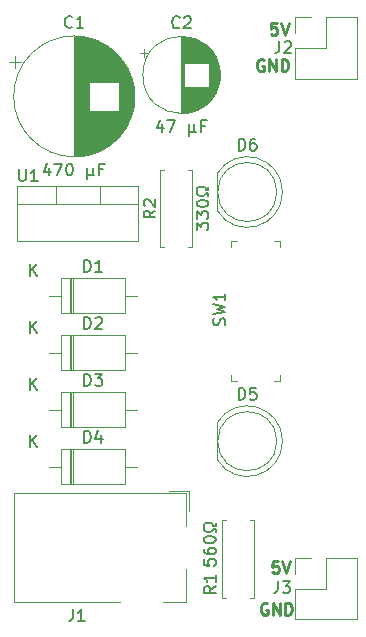
<source format=gto>
G04 #@! TF.GenerationSoftware,KiCad,Pcbnew,(5.1.5)-3*
G04 #@! TF.CreationDate,2020-07-04T17:37:37-04:00*
G04 #@! TF.ProjectId,Power Supply,506f7765-7220-4537-9570-706c792e6b69,rev?*
G04 #@! TF.SameCoordinates,Original*
G04 #@! TF.FileFunction,Legend,Top*
G04 #@! TF.FilePolarity,Positive*
%FSLAX46Y46*%
G04 Gerber Fmt 4.6, Leading zero omitted, Abs format (unit mm)*
G04 Created by KiCad (PCBNEW (5.1.5)-3) date 2020-07-04 17:37:37*
%MOMM*%
%LPD*%
G04 APERTURE LIST*
%ADD10C,0.250000*%
%ADD11C,0.120000*%
%ADD12C,0.100000*%
%ADD13C,0.150000*%
G04 APERTURE END LIST*
D10*
X153919015Y-72296400D02*
X153823777Y-72248780D01*
X153680920Y-72248780D01*
X153538062Y-72296400D01*
X153442824Y-72391638D01*
X153395205Y-72486876D01*
X153347586Y-72677352D01*
X153347586Y-72820209D01*
X153395205Y-73010685D01*
X153442824Y-73105923D01*
X153538062Y-73201161D01*
X153680920Y-73248780D01*
X153776158Y-73248780D01*
X153919015Y-73201161D01*
X153966634Y-73153542D01*
X153966634Y-72820209D01*
X153776158Y-72820209D01*
X154395205Y-73248780D02*
X154395205Y-72248780D01*
X154966634Y-73248780D01*
X154966634Y-72248780D01*
X155442824Y-73248780D02*
X155442824Y-72248780D01*
X155680920Y-72248780D01*
X155823777Y-72296400D01*
X155919015Y-72391638D01*
X155966634Y-72486876D01*
X156014253Y-72677352D01*
X156014253Y-72820209D01*
X155966634Y-73010685D01*
X155919015Y-73105923D01*
X155823777Y-73201161D01*
X155680920Y-73248780D01*
X155442824Y-73248780D01*
X154239055Y-118321200D02*
X154143817Y-118273580D01*
X154000960Y-118273580D01*
X153858102Y-118321200D01*
X153762864Y-118416438D01*
X153715245Y-118511676D01*
X153667626Y-118702152D01*
X153667626Y-118845009D01*
X153715245Y-119035485D01*
X153762864Y-119130723D01*
X153858102Y-119225961D01*
X154000960Y-119273580D01*
X154096198Y-119273580D01*
X154239055Y-119225961D01*
X154286674Y-119178342D01*
X154286674Y-118845009D01*
X154096198Y-118845009D01*
X154715245Y-119273580D02*
X154715245Y-118273580D01*
X155286674Y-119273580D01*
X155286674Y-118273580D01*
X155762864Y-119273580D02*
X155762864Y-118273580D01*
X156000960Y-118273580D01*
X156143817Y-118321200D01*
X156239055Y-118416438D01*
X156286674Y-118511676D01*
X156334293Y-118702152D01*
X156334293Y-118845009D01*
X156286674Y-119035485D01*
X156239055Y-119130723D01*
X156143817Y-119225961D01*
X156000960Y-119273580D01*
X155762864Y-119273580D01*
X155046703Y-69172840D02*
X154570513Y-69172840D01*
X154522894Y-69649031D01*
X154570513Y-69601412D01*
X154665751Y-69553793D01*
X154903846Y-69553793D01*
X154999084Y-69601412D01*
X155046703Y-69649031D01*
X155094322Y-69744269D01*
X155094322Y-69982364D01*
X155046703Y-70077602D01*
X154999084Y-70125221D01*
X154903846Y-70172840D01*
X154665751Y-70172840D01*
X154570513Y-70125221D01*
X154522894Y-70077602D01*
X155380037Y-69172840D02*
X155713370Y-70172840D01*
X156046703Y-69172840D01*
X155166083Y-114737900D02*
X154689893Y-114737900D01*
X154642274Y-115214091D01*
X154689893Y-115166472D01*
X154785131Y-115118853D01*
X155023226Y-115118853D01*
X155118464Y-115166472D01*
X155166083Y-115214091D01*
X155213702Y-115309329D01*
X155213702Y-115547424D01*
X155166083Y-115642662D01*
X155118464Y-115690281D01*
X155023226Y-115737900D01*
X154785131Y-115737900D01*
X154689893Y-115690281D01*
X154642274Y-115642662D01*
X155499417Y-114737900D02*
X155832750Y-115737900D01*
X156166083Y-114737900D01*
D11*
X143007080Y-75384660D02*
G75*
G03X143007080Y-75384660I-5120000J0D01*
G01*
X137887080Y-70304660D02*
X137887080Y-80464660D01*
X137927080Y-70304660D02*
X137927080Y-80464660D01*
X137967080Y-70304660D02*
X137967080Y-80464660D01*
X138007080Y-70305660D02*
X138007080Y-80463660D01*
X138047080Y-70306660D02*
X138047080Y-80462660D01*
X138087080Y-70307660D02*
X138087080Y-80461660D01*
X138127080Y-70309660D02*
X138127080Y-80459660D01*
X138167080Y-70311660D02*
X138167080Y-80457660D01*
X138207080Y-70314660D02*
X138207080Y-80454660D01*
X138247080Y-70316660D02*
X138247080Y-80452660D01*
X138287080Y-70319660D02*
X138287080Y-80449660D01*
X138327080Y-70322660D02*
X138327080Y-80446660D01*
X138367080Y-70326660D02*
X138367080Y-80442660D01*
X138407080Y-70330660D02*
X138407080Y-80438660D01*
X138447080Y-70334660D02*
X138447080Y-80434660D01*
X138487080Y-70339660D02*
X138487080Y-80429660D01*
X138527080Y-70344660D02*
X138527080Y-80424660D01*
X138567080Y-70349660D02*
X138567080Y-80419660D01*
X138608080Y-70354660D02*
X138608080Y-80414660D01*
X138648080Y-70360660D02*
X138648080Y-80408660D01*
X138688080Y-70366660D02*
X138688080Y-80402660D01*
X138728080Y-70373660D02*
X138728080Y-80395660D01*
X138768080Y-70380660D02*
X138768080Y-80388660D01*
X138808080Y-70387660D02*
X138808080Y-80381660D01*
X138848080Y-70394660D02*
X138848080Y-80374660D01*
X138888080Y-70402660D02*
X138888080Y-80366660D01*
X138928080Y-70410660D02*
X138928080Y-80358660D01*
X138968080Y-70419660D02*
X138968080Y-80349660D01*
X139008080Y-70428660D02*
X139008080Y-80340660D01*
X139048080Y-70437660D02*
X139048080Y-80331660D01*
X139088080Y-70446660D02*
X139088080Y-80322660D01*
X139128080Y-70456660D02*
X139128080Y-80312660D01*
X139168080Y-70466660D02*
X139168080Y-74143660D01*
X139168080Y-76625660D02*
X139168080Y-80302660D01*
X139208080Y-70477660D02*
X139208080Y-74143660D01*
X139208080Y-76625660D02*
X139208080Y-80291660D01*
X139248080Y-70487660D02*
X139248080Y-74143660D01*
X139248080Y-76625660D02*
X139248080Y-80281660D01*
X139288080Y-70499660D02*
X139288080Y-74143660D01*
X139288080Y-76625660D02*
X139288080Y-80269660D01*
X139328080Y-70510660D02*
X139328080Y-74143660D01*
X139328080Y-76625660D02*
X139328080Y-80258660D01*
X139368080Y-70522660D02*
X139368080Y-74143660D01*
X139368080Y-76625660D02*
X139368080Y-80246660D01*
X139408080Y-70534660D02*
X139408080Y-74143660D01*
X139408080Y-76625660D02*
X139408080Y-80234660D01*
X139448080Y-70547660D02*
X139448080Y-74143660D01*
X139448080Y-76625660D02*
X139448080Y-80221660D01*
X139488080Y-70560660D02*
X139488080Y-74143660D01*
X139488080Y-76625660D02*
X139488080Y-80208660D01*
X139528080Y-70573660D02*
X139528080Y-74143660D01*
X139528080Y-76625660D02*
X139528080Y-80195660D01*
X139568080Y-70587660D02*
X139568080Y-74143660D01*
X139568080Y-76625660D02*
X139568080Y-80181660D01*
X139608080Y-70601660D02*
X139608080Y-74143660D01*
X139608080Y-76625660D02*
X139608080Y-80167660D01*
X139648080Y-70616660D02*
X139648080Y-74143660D01*
X139648080Y-76625660D02*
X139648080Y-80152660D01*
X139688080Y-70630660D02*
X139688080Y-74143660D01*
X139688080Y-76625660D02*
X139688080Y-80138660D01*
X139728080Y-70646660D02*
X139728080Y-74143660D01*
X139728080Y-76625660D02*
X139728080Y-80122660D01*
X139768080Y-70661660D02*
X139768080Y-74143660D01*
X139768080Y-76625660D02*
X139768080Y-80107660D01*
X139808080Y-70677660D02*
X139808080Y-74143660D01*
X139808080Y-76625660D02*
X139808080Y-80091660D01*
X139848080Y-70694660D02*
X139848080Y-74143660D01*
X139848080Y-76625660D02*
X139848080Y-80074660D01*
X139888080Y-70710660D02*
X139888080Y-74143660D01*
X139888080Y-76625660D02*
X139888080Y-80058660D01*
X139928080Y-70727660D02*
X139928080Y-74143660D01*
X139928080Y-76625660D02*
X139928080Y-80041660D01*
X139968080Y-70745660D02*
X139968080Y-74143660D01*
X139968080Y-76625660D02*
X139968080Y-80023660D01*
X140008080Y-70763660D02*
X140008080Y-74143660D01*
X140008080Y-76625660D02*
X140008080Y-80005660D01*
X140048080Y-70781660D02*
X140048080Y-74143660D01*
X140048080Y-76625660D02*
X140048080Y-79987660D01*
X140088080Y-70800660D02*
X140088080Y-74143660D01*
X140088080Y-76625660D02*
X140088080Y-79968660D01*
X140128080Y-70820660D02*
X140128080Y-74143660D01*
X140128080Y-76625660D02*
X140128080Y-79948660D01*
X140168080Y-70839660D02*
X140168080Y-74143660D01*
X140168080Y-76625660D02*
X140168080Y-79929660D01*
X140208080Y-70859660D02*
X140208080Y-74143660D01*
X140208080Y-76625660D02*
X140208080Y-79909660D01*
X140248080Y-70880660D02*
X140248080Y-74143660D01*
X140248080Y-76625660D02*
X140248080Y-79888660D01*
X140288080Y-70901660D02*
X140288080Y-74143660D01*
X140288080Y-76625660D02*
X140288080Y-79867660D01*
X140328080Y-70922660D02*
X140328080Y-74143660D01*
X140328080Y-76625660D02*
X140328080Y-79846660D01*
X140368080Y-70944660D02*
X140368080Y-74143660D01*
X140368080Y-76625660D02*
X140368080Y-79824660D01*
X140408080Y-70967660D02*
X140408080Y-74143660D01*
X140408080Y-76625660D02*
X140408080Y-79801660D01*
X140448080Y-70989660D02*
X140448080Y-74143660D01*
X140448080Y-76625660D02*
X140448080Y-79779660D01*
X140488080Y-71013660D02*
X140488080Y-74143660D01*
X140488080Y-76625660D02*
X140488080Y-79755660D01*
X140528080Y-71037660D02*
X140528080Y-74143660D01*
X140528080Y-76625660D02*
X140528080Y-79731660D01*
X140568080Y-71061660D02*
X140568080Y-74143660D01*
X140568080Y-76625660D02*
X140568080Y-79707660D01*
X140608080Y-71086660D02*
X140608080Y-74143660D01*
X140608080Y-76625660D02*
X140608080Y-79682660D01*
X140648080Y-71111660D02*
X140648080Y-74143660D01*
X140648080Y-76625660D02*
X140648080Y-79657660D01*
X140688080Y-71137660D02*
X140688080Y-74143660D01*
X140688080Y-76625660D02*
X140688080Y-79631660D01*
X140728080Y-71163660D02*
X140728080Y-74143660D01*
X140728080Y-76625660D02*
X140728080Y-79605660D01*
X140768080Y-71190660D02*
X140768080Y-74143660D01*
X140768080Y-76625660D02*
X140768080Y-79578660D01*
X140808080Y-71218660D02*
X140808080Y-74143660D01*
X140808080Y-76625660D02*
X140808080Y-79550660D01*
X140848080Y-71246660D02*
X140848080Y-74143660D01*
X140848080Y-76625660D02*
X140848080Y-79522660D01*
X140888080Y-71274660D02*
X140888080Y-74143660D01*
X140888080Y-76625660D02*
X140888080Y-79494660D01*
X140928080Y-71304660D02*
X140928080Y-74143660D01*
X140928080Y-76625660D02*
X140928080Y-79464660D01*
X140968080Y-71334660D02*
X140968080Y-74143660D01*
X140968080Y-76625660D02*
X140968080Y-79434660D01*
X141008080Y-71364660D02*
X141008080Y-74143660D01*
X141008080Y-76625660D02*
X141008080Y-79404660D01*
X141048080Y-71395660D02*
X141048080Y-74143660D01*
X141048080Y-76625660D02*
X141048080Y-79373660D01*
X141088080Y-71427660D02*
X141088080Y-74143660D01*
X141088080Y-76625660D02*
X141088080Y-79341660D01*
X141128080Y-71459660D02*
X141128080Y-74143660D01*
X141128080Y-76625660D02*
X141128080Y-79309660D01*
X141168080Y-71492660D02*
X141168080Y-74143660D01*
X141168080Y-76625660D02*
X141168080Y-79276660D01*
X141208080Y-71526660D02*
X141208080Y-74143660D01*
X141208080Y-76625660D02*
X141208080Y-79242660D01*
X141248080Y-71560660D02*
X141248080Y-74143660D01*
X141248080Y-76625660D02*
X141248080Y-79208660D01*
X141288080Y-71595660D02*
X141288080Y-74143660D01*
X141288080Y-76625660D02*
X141288080Y-79173660D01*
X141328080Y-71631660D02*
X141328080Y-74143660D01*
X141328080Y-76625660D02*
X141328080Y-79137660D01*
X141368080Y-71668660D02*
X141368080Y-74143660D01*
X141368080Y-76625660D02*
X141368080Y-79100660D01*
X141408080Y-71705660D02*
X141408080Y-74143660D01*
X141408080Y-76625660D02*
X141408080Y-79063660D01*
X141448080Y-71744660D02*
X141448080Y-74143660D01*
X141448080Y-76625660D02*
X141448080Y-79024660D01*
X141488080Y-71783660D02*
X141488080Y-74143660D01*
X141488080Y-76625660D02*
X141488080Y-78985660D01*
X141528080Y-71823660D02*
X141528080Y-74143660D01*
X141528080Y-76625660D02*
X141528080Y-78945660D01*
X141568080Y-71864660D02*
X141568080Y-74143660D01*
X141568080Y-76625660D02*
X141568080Y-78904660D01*
X141608080Y-71906660D02*
X141608080Y-74143660D01*
X141608080Y-76625660D02*
X141608080Y-78862660D01*
X141648080Y-71948660D02*
X141648080Y-78820660D01*
X141688080Y-71992660D02*
X141688080Y-78776660D01*
X141728080Y-72037660D02*
X141728080Y-78731660D01*
X141768080Y-72083660D02*
X141768080Y-78685660D01*
X141808080Y-72130660D02*
X141808080Y-78638660D01*
X141848080Y-72178660D02*
X141848080Y-78590660D01*
X141888080Y-72228660D02*
X141888080Y-78540660D01*
X141928080Y-72278660D02*
X141928080Y-78490660D01*
X141968080Y-72330660D02*
X141968080Y-78438660D01*
X142008080Y-72384660D02*
X142008080Y-78384660D01*
X142048080Y-72439660D02*
X142048080Y-78329660D01*
X142088080Y-72495660D02*
X142088080Y-78273660D01*
X142128080Y-72554660D02*
X142128080Y-78214660D01*
X142168080Y-72614660D02*
X142168080Y-78154660D01*
X142208080Y-72675660D02*
X142208080Y-78093660D01*
X142248080Y-72739660D02*
X142248080Y-78029660D01*
X142288080Y-72805660D02*
X142288080Y-77963660D01*
X142328080Y-72874660D02*
X142328080Y-77894660D01*
X142368080Y-72945660D02*
X142368080Y-77823660D01*
X142408080Y-73019660D02*
X142408080Y-77749660D01*
X142448080Y-73095660D02*
X142448080Y-77673660D01*
X142488080Y-73175660D02*
X142488080Y-77593660D01*
X142528080Y-73259660D02*
X142528080Y-77509660D01*
X142568080Y-73347660D02*
X142568080Y-77421660D01*
X142608080Y-73440660D02*
X142608080Y-77328660D01*
X142648080Y-73538660D02*
X142648080Y-77230660D01*
X142688080Y-73642660D02*
X142688080Y-77126660D01*
X142728080Y-73754660D02*
X142728080Y-77014660D01*
X142768080Y-73874660D02*
X142768080Y-76894660D01*
X142808080Y-74006660D02*
X142808080Y-76762660D01*
X142848080Y-74154660D02*
X142848080Y-76614660D01*
X142888080Y-74322660D02*
X142888080Y-76446660D01*
X142928080Y-74522660D02*
X142928080Y-76246660D01*
X142968080Y-74785660D02*
X142968080Y-75983660D01*
X132407434Y-72509660D02*
X133407434Y-72509660D01*
X132907434Y-72009660D02*
X132907434Y-73009660D01*
X150244880Y-73568560D02*
G75*
G03X150244880Y-73568560I-3270000J0D01*
G01*
X146974880Y-70338560D02*
X146974880Y-76798560D01*
X147014880Y-70338560D02*
X147014880Y-76798560D01*
X147054880Y-70338560D02*
X147054880Y-76798560D01*
X147094880Y-70340560D02*
X147094880Y-76796560D01*
X147134880Y-70341560D02*
X147134880Y-76795560D01*
X147174880Y-70344560D02*
X147174880Y-76792560D01*
X147214880Y-70346560D02*
X147214880Y-72528560D01*
X147214880Y-74608560D02*
X147214880Y-76790560D01*
X147254880Y-70350560D02*
X147254880Y-72528560D01*
X147254880Y-74608560D02*
X147254880Y-76786560D01*
X147294880Y-70353560D02*
X147294880Y-72528560D01*
X147294880Y-74608560D02*
X147294880Y-76783560D01*
X147334880Y-70357560D02*
X147334880Y-72528560D01*
X147334880Y-74608560D02*
X147334880Y-76779560D01*
X147374880Y-70362560D02*
X147374880Y-72528560D01*
X147374880Y-74608560D02*
X147374880Y-76774560D01*
X147414880Y-70367560D02*
X147414880Y-72528560D01*
X147414880Y-74608560D02*
X147414880Y-76769560D01*
X147454880Y-70373560D02*
X147454880Y-72528560D01*
X147454880Y-74608560D02*
X147454880Y-76763560D01*
X147494880Y-70379560D02*
X147494880Y-72528560D01*
X147494880Y-74608560D02*
X147494880Y-76757560D01*
X147534880Y-70386560D02*
X147534880Y-72528560D01*
X147534880Y-74608560D02*
X147534880Y-76750560D01*
X147574880Y-70393560D02*
X147574880Y-72528560D01*
X147574880Y-74608560D02*
X147574880Y-76743560D01*
X147614880Y-70401560D02*
X147614880Y-72528560D01*
X147614880Y-74608560D02*
X147614880Y-76735560D01*
X147654880Y-70409560D02*
X147654880Y-72528560D01*
X147654880Y-74608560D02*
X147654880Y-76727560D01*
X147695880Y-70418560D02*
X147695880Y-72528560D01*
X147695880Y-74608560D02*
X147695880Y-76718560D01*
X147735880Y-70427560D02*
X147735880Y-72528560D01*
X147735880Y-74608560D02*
X147735880Y-76709560D01*
X147775880Y-70437560D02*
X147775880Y-72528560D01*
X147775880Y-74608560D02*
X147775880Y-76699560D01*
X147815880Y-70447560D02*
X147815880Y-72528560D01*
X147815880Y-74608560D02*
X147815880Y-76689560D01*
X147855880Y-70458560D02*
X147855880Y-72528560D01*
X147855880Y-74608560D02*
X147855880Y-76678560D01*
X147895880Y-70470560D02*
X147895880Y-72528560D01*
X147895880Y-74608560D02*
X147895880Y-76666560D01*
X147935880Y-70482560D02*
X147935880Y-72528560D01*
X147935880Y-74608560D02*
X147935880Y-76654560D01*
X147975880Y-70494560D02*
X147975880Y-72528560D01*
X147975880Y-74608560D02*
X147975880Y-76642560D01*
X148015880Y-70507560D02*
X148015880Y-72528560D01*
X148015880Y-74608560D02*
X148015880Y-76629560D01*
X148055880Y-70521560D02*
X148055880Y-72528560D01*
X148055880Y-74608560D02*
X148055880Y-76615560D01*
X148095880Y-70535560D02*
X148095880Y-72528560D01*
X148095880Y-74608560D02*
X148095880Y-76601560D01*
X148135880Y-70550560D02*
X148135880Y-72528560D01*
X148135880Y-74608560D02*
X148135880Y-76586560D01*
X148175880Y-70566560D02*
X148175880Y-72528560D01*
X148175880Y-74608560D02*
X148175880Y-76570560D01*
X148215880Y-70582560D02*
X148215880Y-72528560D01*
X148215880Y-74608560D02*
X148215880Y-76554560D01*
X148255880Y-70598560D02*
X148255880Y-72528560D01*
X148255880Y-74608560D02*
X148255880Y-76538560D01*
X148295880Y-70616560D02*
X148295880Y-72528560D01*
X148295880Y-74608560D02*
X148295880Y-76520560D01*
X148335880Y-70634560D02*
X148335880Y-72528560D01*
X148335880Y-74608560D02*
X148335880Y-76502560D01*
X148375880Y-70652560D02*
X148375880Y-72528560D01*
X148375880Y-74608560D02*
X148375880Y-76484560D01*
X148415880Y-70672560D02*
X148415880Y-72528560D01*
X148415880Y-74608560D02*
X148415880Y-76464560D01*
X148455880Y-70692560D02*
X148455880Y-72528560D01*
X148455880Y-74608560D02*
X148455880Y-76444560D01*
X148495880Y-70712560D02*
X148495880Y-72528560D01*
X148495880Y-74608560D02*
X148495880Y-76424560D01*
X148535880Y-70734560D02*
X148535880Y-72528560D01*
X148535880Y-74608560D02*
X148535880Y-76402560D01*
X148575880Y-70756560D02*
X148575880Y-72528560D01*
X148575880Y-74608560D02*
X148575880Y-76380560D01*
X148615880Y-70778560D02*
X148615880Y-72528560D01*
X148615880Y-74608560D02*
X148615880Y-76358560D01*
X148655880Y-70802560D02*
X148655880Y-72528560D01*
X148655880Y-74608560D02*
X148655880Y-76334560D01*
X148695880Y-70826560D02*
X148695880Y-72528560D01*
X148695880Y-74608560D02*
X148695880Y-76310560D01*
X148735880Y-70852560D02*
X148735880Y-72528560D01*
X148735880Y-74608560D02*
X148735880Y-76284560D01*
X148775880Y-70878560D02*
X148775880Y-72528560D01*
X148775880Y-74608560D02*
X148775880Y-76258560D01*
X148815880Y-70904560D02*
X148815880Y-72528560D01*
X148815880Y-74608560D02*
X148815880Y-76232560D01*
X148855880Y-70932560D02*
X148855880Y-72528560D01*
X148855880Y-74608560D02*
X148855880Y-76204560D01*
X148895880Y-70961560D02*
X148895880Y-72528560D01*
X148895880Y-74608560D02*
X148895880Y-76175560D01*
X148935880Y-70990560D02*
X148935880Y-72528560D01*
X148935880Y-74608560D02*
X148935880Y-76146560D01*
X148975880Y-71020560D02*
X148975880Y-72528560D01*
X148975880Y-74608560D02*
X148975880Y-76116560D01*
X149015880Y-71052560D02*
X149015880Y-72528560D01*
X149015880Y-74608560D02*
X149015880Y-76084560D01*
X149055880Y-71084560D02*
X149055880Y-72528560D01*
X149055880Y-74608560D02*
X149055880Y-76052560D01*
X149095880Y-71118560D02*
X149095880Y-72528560D01*
X149095880Y-74608560D02*
X149095880Y-76018560D01*
X149135880Y-71152560D02*
X149135880Y-72528560D01*
X149135880Y-74608560D02*
X149135880Y-75984560D01*
X149175880Y-71188560D02*
X149175880Y-72528560D01*
X149175880Y-74608560D02*
X149175880Y-75948560D01*
X149215880Y-71225560D02*
X149215880Y-72528560D01*
X149215880Y-74608560D02*
X149215880Y-75911560D01*
X149255880Y-71263560D02*
X149255880Y-72528560D01*
X149255880Y-74608560D02*
X149255880Y-75873560D01*
X149295880Y-71303560D02*
X149295880Y-75833560D01*
X149335880Y-71344560D02*
X149335880Y-75792560D01*
X149375880Y-71386560D02*
X149375880Y-75750560D01*
X149415880Y-71431560D02*
X149415880Y-75705560D01*
X149455880Y-71476560D02*
X149455880Y-75660560D01*
X149495880Y-71524560D02*
X149495880Y-75612560D01*
X149535880Y-71573560D02*
X149535880Y-75563560D01*
X149575880Y-71624560D02*
X149575880Y-75512560D01*
X149615880Y-71678560D02*
X149615880Y-75458560D01*
X149655880Y-71734560D02*
X149655880Y-75402560D01*
X149695880Y-71792560D02*
X149695880Y-75344560D01*
X149735880Y-71854560D02*
X149735880Y-75282560D01*
X149775880Y-71918560D02*
X149775880Y-75218560D01*
X149815880Y-71987560D02*
X149815880Y-75149560D01*
X149855880Y-72059560D02*
X149855880Y-75077560D01*
X149895880Y-72136560D02*
X149895880Y-75000560D01*
X149935880Y-72218560D02*
X149935880Y-74918560D01*
X149975880Y-72306560D02*
X149975880Y-74830560D01*
X150015880Y-72403560D02*
X150015880Y-74733560D01*
X150055880Y-72509560D02*
X150055880Y-74627560D01*
X150095880Y-72628560D02*
X150095880Y-74508560D01*
X150135880Y-72766560D02*
X150135880Y-74370560D01*
X150175880Y-72935560D02*
X150175880Y-74201560D01*
X150215880Y-73166560D02*
X150215880Y-73970560D01*
X143474639Y-71729560D02*
X144104639Y-71729560D01*
X143789639Y-71414560D02*
X143789639Y-72044560D01*
X137536480Y-90792960D02*
X137536480Y-93732960D01*
X137776480Y-90792960D02*
X137776480Y-93732960D01*
X137656480Y-90792960D02*
X137656480Y-93732960D01*
X143216480Y-92262960D02*
X142196480Y-92262960D01*
X135736480Y-92262960D02*
X136756480Y-92262960D01*
X142196480Y-90792960D02*
X136756480Y-90792960D01*
X142196480Y-93732960D02*
X142196480Y-90792960D01*
X136756480Y-93732960D02*
X142196480Y-93732960D01*
X136756480Y-90792960D02*
X136756480Y-93732960D01*
X136756480Y-95614726D02*
X136756480Y-98554726D01*
X136756480Y-98554726D02*
X142196480Y-98554726D01*
X142196480Y-98554726D02*
X142196480Y-95614726D01*
X142196480Y-95614726D02*
X136756480Y-95614726D01*
X135736480Y-97084726D02*
X136756480Y-97084726D01*
X143216480Y-97084726D02*
X142196480Y-97084726D01*
X137656480Y-95614726D02*
X137656480Y-98554726D01*
X137776480Y-95614726D02*
X137776480Y-98554726D01*
X137536480Y-95614726D02*
X137536480Y-98554726D01*
X137536480Y-100436492D02*
X137536480Y-103376492D01*
X137776480Y-100436492D02*
X137776480Y-103376492D01*
X137656480Y-100436492D02*
X137656480Y-103376492D01*
X143216480Y-101906492D02*
X142196480Y-101906492D01*
X135736480Y-101906492D02*
X136756480Y-101906492D01*
X142196480Y-100436492D02*
X136756480Y-100436492D01*
X142196480Y-103376492D02*
X142196480Y-100436492D01*
X136756480Y-103376492D02*
X142196480Y-103376492D01*
X136756480Y-100436492D02*
X136756480Y-103376492D01*
X136756480Y-105258260D02*
X136756480Y-108198260D01*
X136756480Y-108198260D02*
X142196480Y-108198260D01*
X142196480Y-108198260D02*
X142196480Y-105258260D01*
X142196480Y-105258260D02*
X136756480Y-105258260D01*
X135736480Y-106728260D02*
X136756480Y-106728260D01*
X143216480Y-106728260D02*
X142196480Y-106728260D01*
X137656480Y-105258260D02*
X137656480Y-108198260D01*
X137776480Y-105258260D02*
X137776480Y-108198260D01*
X137536480Y-105258260D02*
X137536480Y-108198260D01*
X149981580Y-103033760D02*
X149981580Y-106123760D01*
X155041580Y-104578760D02*
G75*
G03X155041580Y-104578760I-2500000J0D01*
G01*
X155531580Y-104578298D02*
G75*
G02X149981580Y-106123590I-2990000J-462D01*
G01*
X155531580Y-104579222D02*
G75*
G03X149981580Y-103033930I-2990000J462D01*
G01*
X155531580Y-83487622D02*
G75*
G03X149981580Y-81942330I-2990000J462D01*
G01*
X155531580Y-83486698D02*
G75*
G02X149981580Y-85031990I-2990000J-462D01*
G01*
X155041580Y-83487160D02*
G75*
G03X155041580Y-83487160I-2500000J0D01*
G01*
X149981580Y-81942160D02*
X149981580Y-85032160D01*
X141775780Y-118198960D02*
X132775780Y-118198960D01*
X132775780Y-118198960D02*
X132775780Y-108998960D01*
X132775780Y-108998960D02*
X147375780Y-108998960D01*
X147375780Y-108998960D02*
X147375780Y-111798960D01*
X147375780Y-115398960D02*
X147375780Y-118198960D01*
X147375780Y-118198960D02*
X145375780Y-118198960D01*
X145875780Y-108758960D02*
X147615780Y-108758960D01*
X147615780Y-108758960D02*
X147615780Y-110498960D01*
X156599580Y-73895260D02*
X161799580Y-73895260D01*
X156599580Y-71295260D02*
X156599580Y-73895260D01*
X161799580Y-68695260D02*
X161799580Y-73895260D01*
X156599580Y-71295260D02*
X159199580Y-71295260D01*
X159199580Y-71295260D02*
X159199580Y-68695260D01*
X159199580Y-68695260D02*
X161799580Y-68695260D01*
X156599580Y-70025260D02*
X156599580Y-68695260D01*
X156599580Y-68695260D02*
X157929580Y-68695260D01*
X156599580Y-114478760D02*
X157929580Y-114478760D01*
X156599580Y-115808760D02*
X156599580Y-114478760D01*
X159199580Y-114478760D02*
X161799580Y-114478760D01*
X159199580Y-117078760D02*
X159199580Y-114478760D01*
X156599580Y-117078760D02*
X159199580Y-117078760D01*
X161799580Y-114478760D02*
X161799580Y-119678760D01*
X156599580Y-117078760D02*
X156599580Y-119678760D01*
X156599580Y-119678760D02*
X161799580Y-119678760D01*
X150379760Y-117824000D02*
X150709760Y-117824000D01*
X150379760Y-111284000D02*
X150379760Y-117824000D01*
X150709760Y-111284000D02*
X150379760Y-111284000D01*
X153119760Y-117824000D02*
X152789760Y-117824000D01*
X153119760Y-111284000D02*
X153119760Y-117824000D01*
X152789760Y-111284000D02*
X153119760Y-111284000D01*
X147882280Y-81626960D02*
X147552280Y-81626960D01*
X147882280Y-88166960D02*
X147882280Y-81626960D01*
X147552280Y-88166960D02*
X147882280Y-88166960D01*
X145142280Y-81626960D02*
X145472280Y-81626960D01*
X145142280Y-88166960D02*
X145142280Y-81626960D01*
X145472280Y-88166960D02*
X145142280Y-88166960D01*
D12*
X155339980Y-87612960D02*
X155339980Y-88112960D01*
X155339980Y-87612960D02*
X154839980Y-87612960D01*
X155339980Y-99512960D02*
X155339980Y-99012960D01*
X155339980Y-99512960D02*
X154839980Y-99512960D01*
X151139980Y-99512960D02*
X151139980Y-99012960D01*
X151139980Y-99512960D02*
X151639980Y-99512960D01*
X151139980Y-87612960D02*
X151639980Y-87612960D01*
X151139980Y-87612960D02*
X151139980Y-88112960D01*
D11*
X133086480Y-82973160D02*
X143326480Y-82973160D01*
X133086480Y-87614160D02*
X143326480Y-87614160D01*
X133086480Y-82973160D02*
X133086480Y-87614160D01*
X143326480Y-82973160D02*
X143326480Y-87614160D01*
X133086480Y-84483160D02*
X143326480Y-84483160D01*
X136356480Y-82973160D02*
X136356480Y-84483160D01*
X140057480Y-82973160D02*
X140057480Y-84483160D01*
D13*
X137720413Y-69491802D02*
X137672794Y-69539421D01*
X137529937Y-69587040D01*
X137434699Y-69587040D01*
X137291841Y-69539421D01*
X137196603Y-69444183D01*
X137148984Y-69348945D01*
X137101365Y-69158469D01*
X137101365Y-69015612D01*
X137148984Y-68825136D01*
X137196603Y-68729898D01*
X137291841Y-68634660D01*
X137434699Y-68587040D01*
X137529937Y-68587040D01*
X137672794Y-68634660D01*
X137720413Y-68682279D01*
X138672794Y-69587040D02*
X138101365Y-69587040D01*
X138387080Y-69587040D02*
X138387080Y-68587040D01*
X138291841Y-68729898D01*
X138196603Y-68825136D01*
X138101365Y-68872755D01*
X135791841Y-81420374D02*
X135791841Y-82087040D01*
X135553746Y-81039421D02*
X135315651Y-81753707D01*
X135934699Y-81753707D01*
X136220413Y-81087040D02*
X136887080Y-81087040D01*
X136458508Y-82087040D01*
X137458508Y-81087040D02*
X137553746Y-81087040D01*
X137648984Y-81134660D01*
X137696603Y-81182279D01*
X137744222Y-81277517D01*
X137791841Y-81467993D01*
X137791841Y-81706088D01*
X137744222Y-81896564D01*
X137696603Y-81991802D01*
X137648984Y-82039421D01*
X137553746Y-82087040D01*
X137458508Y-82087040D01*
X137363270Y-82039421D01*
X137315651Y-81991802D01*
X137268032Y-81896564D01*
X137220413Y-81706088D01*
X137220413Y-81467993D01*
X137268032Y-81277517D01*
X137315651Y-81182279D01*
X137363270Y-81134660D01*
X137458508Y-81087040D01*
X138982318Y-81420374D02*
X138982318Y-82420374D01*
X139458508Y-81944183D02*
X139506127Y-82039421D01*
X139601365Y-82087040D01*
X138982318Y-81944183D02*
X139029937Y-82039421D01*
X139125175Y-82087040D01*
X139315651Y-82087040D01*
X139410889Y-82039421D01*
X139458508Y-81944183D01*
X139458508Y-81420374D01*
X140363270Y-81563231D02*
X140029937Y-81563231D01*
X140029937Y-82087040D02*
X140029937Y-81087040D01*
X140506127Y-81087040D01*
X146808213Y-69525702D02*
X146760594Y-69573321D01*
X146617737Y-69620940D01*
X146522499Y-69620940D01*
X146379641Y-69573321D01*
X146284403Y-69478083D01*
X146236784Y-69382845D01*
X146189165Y-69192369D01*
X146189165Y-69049512D01*
X146236784Y-68859036D01*
X146284403Y-68763798D01*
X146379641Y-68668560D01*
X146522499Y-68620940D01*
X146617737Y-68620940D01*
X146760594Y-68668560D01*
X146808213Y-68716179D01*
X147189165Y-68716179D02*
X147236784Y-68668560D01*
X147332022Y-68620940D01*
X147570118Y-68620940D01*
X147665356Y-68668560D01*
X147712975Y-68716179D01*
X147760594Y-68811417D01*
X147760594Y-68906655D01*
X147712975Y-69049512D01*
X147141546Y-69620940D01*
X147760594Y-69620940D01*
X145355832Y-77754274D02*
X145355832Y-78420940D01*
X145117737Y-77373321D02*
X144879641Y-78087607D01*
X145498689Y-78087607D01*
X145784403Y-77420940D02*
X146451070Y-77420940D01*
X146022499Y-78420940D01*
X147593927Y-77754274D02*
X147593927Y-78754274D01*
X148070118Y-78278083D02*
X148117737Y-78373321D01*
X148212975Y-78420940D01*
X147593927Y-78278083D02*
X147641546Y-78373321D01*
X147736784Y-78420940D01*
X147927260Y-78420940D01*
X148022499Y-78373321D01*
X148070118Y-78278083D01*
X148070118Y-77754274D01*
X148974880Y-77897131D02*
X148641546Y-77897131D01*
X148641546Y-78420940D02*
X148641546Y-77420940D01*
X149117737Y-77420940D01*
X138738384Y-90245340D02*
X138738384Y-89245340D01*
X138976480Y-89245340D01*
X139119337Y-89292960D01*
X139214575Y-89388198D01*
X139262194Y-89483436D01*
X139309813Y-89673912D01*
X139309813Y-89816769D01*
X139262194Y-90007245D01*
X139214575Y-90102483D01*
X139119337Y-90197721D01*
X138976480Y-90245340D01*
X138738384Y-90245340D01*
X140262194Y-90245340D02*
X139690765Y-90245340D01*
X139976480Y-90245340D02*
X139976480Y-89245340D01*
X139881241Y-89388198D01*
X139786003Y-89483436D01*
X139690765Y-89531055D01*
X134134575Y-90615340D02*
X134134575Y-89615340D01*
X134706003Y-90615340D02*
X134277432Y-90043912D01*
X134706003Y-89615340D02*
X134134575Y-90186769D01*
X138738384Y-95067106D02*
X138738384Y-94067106D01*
X138976480Y-94067106D01*
X139119337Y-94114726D01*
X139214575Y-94209964D01*
X139262194Y-94305202D01*
X139309813Y-94495678D01*
X139309813Y-94638535D01*
X139262194Y-94829011D01*
X139214575Y-94924249D01*
X139119337Y-95019487D01*
X138976480Y-95067106D01*
X138738384Y-95067106D01*
X139690765Y-94162345D02*
X139738384Y-94114726D01*
X139833622Y-94067106D01*
X140071718Y-94067106D01*
X140166956Y-94114726D01*
X140214575Y-94162345D01*
X140262194Y-94257583D01*
X140262194Y-94352821D01*
X140214575Y-94495678D01*
X139643146Y-95067106D01*
X140262194Y-95067106D01*
X134134575Y-95437106D02*
X134134575Y-94437106D01*
X134706003Y-95437106D02*
X134277432Y-94865678D01*
X134706003Y-94437106D02*
X134134575Y-95008535D01*
X138738384Y-99888872D02*
X138738384Y-98888872D01*
X138976480Y-98888872D01*
X139119337Y-98936492D01*
X139214575Y-99031730D01*
X139262194Y-99126968D01*
X139309813Y-99317444D01*
X139309813Y-99460301D01*
X139262194Y-99650777D01*
X139214575Y-99746015D01*
X139119337Y-99841253D01*
X138976480Y-99888872D01*
X138738384Y-99888872D01*
X139643146Y-98888872D02*
X140262194Y-98888872D01*
X139928860Y-99269825D01*
X140071718Y-99269825D01*
X140166956Y-99317444D01*
X140214575Y-99365063D01*
X140262194Y-99460301D01*
X140262194Y-99698396D01*
X140214575Y-99793634D01*
X140166956Y-99841253D01*
X140071718Y-99888872D01*
X139786003Y-99888872D01*
X139690765Y-99841253D01*
X139643146Y-99793634D01*
X134134575Y-100258872D02*
X134134575Y-99258872D01*
X134706003Y-100258872D02*
X134277432Y-99687444D01*
X134706003Y-99258872D02*
X134134575Y-99830301D01*
X138738384Y-104710640D02*
X138738384Y-103710640D01*
X138976480Y-103710640D01*
X139119337Y-103758260D01*
X139214575Y-103853498D01*
X139262194Y-103948736D01*
X139309813Y-104139212D01*
X139309813Y-104282069D01*
X139262194Y-104472545D01*
X139214575Y-104567783D01*
X139119337Y-104663021D01*
X138976480Y-104710640D01*
X138738384Y-104710640D01*
X140166956Y-104043974D02*
X140166956Y-104710640D01*
X139928860Y-103663021D02*
X139690765Y-104377307D01*
X140309813Y-104377307D01*
X134134575Y-105080640D02*
X134134575Y-104080640D01*
X134706003Y-105080640D02*
X134277432Y-104509212D01*
X134706003Y-104080640D02*
X134134575Y-104652069D01*
X151803484Y-101071140D02*
X151803484Y-100071140D01*
X152041580Y-100071140D01*
X152184437Y-100118760D01*
X152279675Y-100213998D01*
X152327294Y-100309236D01*
X152374913Y-100499712D01*
X152374913Y-100642569D01*
X152327294Y-100833045D01*
X152279675Y-100928283D01*
X152184437Y-101023521D01*
X152041580Y-101071140D01*
X151803484Y-101071140D01*
X153279675Y-100071140D02*
X152803484Y-100071140D01*
X152755865Y-100547331D01*
X152803484Y-100499712D01*
X152898722Y-100452093D01*
X153136818Y-100452093D01*
X153232056Y-100499712D01*
X153279675Y-100547331D01*
X153327294Y-100642569D01*
X153327294Y-100880664D01*
X153279675Y-100975902D01*
X153232056Y-101023521D01*
X153136818Y-101071140D01*
X152898722Y-101071140D01*
X152803484Y-101023521D01*
X152755865Y-100975902D01*
X151803484Y-79979540D02*
X151803484Y-78979540D01*
X152041580Y-78979540D01*
X152184437Y-79027160D01*
X152279675Y-79122398D01*
X152327294Y-79217636D01*
X152374913Y-79408112D01*
X152374913Y-79550969D01*
X152327294Y-79741445D01*
X152279675Y-79836683D01*
X152184437Y-79931921D01*
X152041580Y-79979540D01*
X151803484Y-79979540D01*
X153232056Y-78979540D02*
X153041580Y-78979540D01*
X152946341Y-79027160D01*
X152898722Y-79074779D01*
X152803484Y-79217636D01*
X152755865Y-79408112D01*
X152755865Y-79789064D01*
X152803484Y-79884302D01*
X152851103Y-79931921D01*
X152946341Y-79979540D01*
X153136818Y-79979540D01*
X153232056Y-79931921D01*
X153279675Y-79884302D01*
X153327294Y-79789064D01*
X153327294Y-79550969D01*
X153279675Y-79455731D01*
X153232056Y-79408112D01*
X153136818Y-79360493D01*
X152946341Y-79360493D01*
X152851103Y-79408112D01*
X152803484Y-79455731D01*
X152755865Y-79550969D01*
X137792446Y-118801340D02*
X137792446Y-119515626D01*
X137744827Y-119658483D01*
X137649589Y-119753721D01*
X137506732Y-119801340D01*
X137411494Y-119801340D01*
X138792446Y-119801340D02*
X138221018Y-119801340D01*
X138506732Y-119801340D02*
X138506732Y-118801340D01*
X138411494Y-118944198D01*
X138316256Y-119039436D01*
X138221018Y-119087055D01*
X155272146Y-70709540D02*
X155272146Y-71423826D01*
X155224527Y-71566683D01*
X155129289Y-71661921D01*
X154986432Y-71709540D01*
X154891194Y-71709540D01*
X155700718Y-70804779D02*
X155748337Y-70757160D01*
X155843575Y-70709540D01*
X156081670Y-70709540D01*
X156176908Y-70757160D01*
X156224527Y-70804779D01*
X156272146Y-70900017D01*
X156272146Y-70995255D01*
X156224527Y-71138112D01*
X155653099Y-71709540D01*
X156272146Y-71709540D01*
X155150226Y-116424460D02*
X155150226Y-117138746D01*
X155102607Y-117281603D01*
X155007369Y-117376841D01*
X154864512Y-117424460D01*
X154769274Y-117424460D01*
X155531179Y-116424460D02*
X156150226Y-116424460D01*
X155816893Y-116805413D01*
X155959750Y-116805413D01*
X156054988Y-116853032D01*
X156102607Y-116900651D01*
X156150226Y-116995889D01*
X156150226Y-117233984D01*
X156102607Y-117329222D01*
X156054988Y-117376841D01*
X155959750Y-117424460D01*
X155674036Y-117424460D01*
X155578798Y-117376841D01*
X155531179Y-117329222D01*
X149855180Y-116846646D02*
X149378990Y-117179980D01*
X149855180Y-117418075D02*
X148855180Y-117418075D01*
X148855180Y-117037122D01*
X148902800Y-116941884D01*
X148950419Y-116894265D01*
X149045657Y-116846646D01*
X149188514Y-116846646D01*
X149283752Y-116894265D01*
X149331371Y-116941884D01*
X149378990Y-117037122D01*
X149378990Y-117418075D01*
X149855180Y-115894265D02*
X149855180Y-116465694D01*
X149855180Y-116179980D02*
X148855180Y-116179980D01*
X148998038Y-116275218D01*
X149093276Y-116370456D01*
X149140895Y-116465694D01*
X148855180Y-114592574D02*
X148855180Y-115068764D01*
X149331371Y-115116383D01*
X149283752Y-115068764D01*
X149236133Y-114973526D01*
X149236133Y-114735431D01*
X149283752Y-114640193D01*
X149331371Y-114592574D01*
X149426609Y-114544955D01*
X149664704Y-114544955D01*
X149759942Y-114592574D01*
X149807561Y-114640193D01*
X149855180Y-114735431D01*
X149855180Y-114973526D01*
X149807561Y-115068764D01*
X149759942Y-115116383D01*
X148855180Y-113687812D02*
X148855180Y-113878288D01*
X148902800Y-113973526D01*
X148950419Y-114021145D01*
X149093276Y-114116383D01*
X149283752Y-114164002D01*
X149664704Y-114164002D01*
X149759942Y-114116383D01*
X149807561Y-114068764D01*
X149855180Y-113973526D01*
X149855180Y-113783050D01*
X149807561Y-113687812D01*
X149759942Y-113640193D01*
X149664704Y-113592574D01*
X149426609Y-113592574D01*
X149331371Y-113640193D01*
X149283752Y-113687812D01*
X149236133Y-113783050D01*
X149236133Y-113973526D01*
X149283752Y-114068764D01*
X149331371Y-114116383D01*
X149426609Y-114164002D01*
X148855180Y-112973526D02*
X148855180Y-112878288D01*
X148902800Y-112783050D01*
X148950419Y-112735431D01*
X149045657Y-112687812D01*
X149236133Y-112640193D01*
X149474228Y-112640193D01*
X149664704Y-112687812D01*
X149759942Y-112735431D01*
X149807561Y-112783050D01*
X149855180Y-112878288D01*
X149855180Y-112973526D01*
X149807561Y-113068764D01*
X149759942Y-113116383D01*
X149664704Y-113164002D01*
X149474228Y-113211621D01*
X149236133Y-113211621D01*
X149045657Y-113164002D01*
X148950419Y-113116383D01*
X148902800Y-113068764D01*
X148855180Y-112973526D01*
X149855180Y-112259240D02*
X149855180Y-112021145D01*
X149664704Y-112021145D01*
X149617085Y-112116383D01*
X149521847Y-112211621D01*
X149378990Y-112259240D01*
X149140895Y-112259240D01*
X148998038Y-112211621D01*
X148902800Y-112116383D01*
X148855180Y-111973526D01*
X148855180Y-111783050D01*
X148902800Y-111640193D01*
X148998038Y-111544955D01*
X149140895Y-111497336D01*
X149378990Y-111497336D01*
X149521847Y-111544955D01*
X149617085Y-111640193D01*
X149664704Y-111735431D01*
X149855180Y-111735431D01*
X149855180Y-111497336D01*
X144767560Y-85050926D02*
X144291370Y-85384260D01*
X144767560Y-85622355D02*
X143767560Y-85622355D01*
X143767560Y-85241402D01*
X143815180Y-85146164D01*
X143862799Y-85098545D01*
X143958037Y-85050926D01*
X144100894Y-85050926D01*
X144196132Y-85098545D01*
X144243751Y-85146164D01*
X144291370Y-85241402D01*
X144291370Y-85622355D01*
X143862799Y-84669974D02*
X143815180Y-84622355D01*
X143767560Y-84527117D01*
X143767560Y-84289021D01*
X143815180Y-84193783D01*
X143862799Y-84146164D01*
X143958037Y-84098545D01*
X144053275Y-84098545D01*
X144196132Y-84146164D01*
X144767560Y-84717593D01*
X144767560Y-84098545D01*
X148250660Y-86703302D02*
X148250660Y-86084255D01*
X148631613Y-86417588D01*
X148631613Y-86274731D01*
X148679232Y-86179493D01*
X148726851Y-86131874D01*
X148822089Y-86084255D01*
X149060184Y-86084255D01*
X149155422Y-86131874D01*
X149203041Y-86179493D01*
X149250660Y-86274731D01*
X149250660Y-86560445D01*
X149203041Y-86655683D01*
X149155422Y-86703302D01*
X148250660Y-85750921D02*
X148250660Y-85131874D01*
X148631613Y-85465207D01*
X148631613Y-85322350D01*
X148679232Y-85227112D01*
X148726851Y-85179493D01*
X148822089Y-85131874D01*
X149060184Y-85131874D01*
X149155422Y-85179493D01*
X149203041Y-85227112D01*
X149250660Y-85322350D01*
X149250660Y-85608064D01*
X149203041Y-85703302D01*
X149155422Y-85750921D01*
X148250660Y-84512826D02*
X148250660Y-84417588D01*
X148298280Y-84322350D01*
X148345899Y-84274731D01*
X148441137Y-84227112D01*
X148631613Y-84179493D01*
X148869708Y-84179493D01*
X149060184Y-84227112D01*
X149155422Y-84274731D01*
X149203041Y-84322350D01*
X149250660Y-84417588D01*
X149250660Y-84512826D01*
X149203041Y-84608064D01*
X149155422Y-84655683D01*
X149060184Y-84703302D01*
X148869708Y-84750921D01*
X148631613Y-84750921D01*
X148441137Y-84703302D01*
X148345899Y-84655683D01*
X148298280Y-84608064D01*
X148250660Y-84512826D01*
X149250660Y-83798540D02*
X149250660Y-83560445D01*
X149060184Y-83560445D01*
X149012565Y-83655683D01*
X148917327Y-83750921D01*
X148774470Y-83798540D01*
X148536375Y-83798540D01*
X148393518Y-83750921D01*
X148298280Y-83655683D01*
X148250660Y-83512826D01*
X148250660Y-83322350D01*
X148298280Y-83179493D01*
X148393518Y-83084255D01*
X148536375Y-83036636D01*
X148774470Y-83036636D01*
X148917327Y-83084255D01*
X149012565Y-83179493D01*
X149060184Y-83274731D01*
X149250660Y-83274731D01*
X149250660Y-83036636D01*
X150624741Y-94756293D02*
X150672360Y-94613436D01*
X150672360Y-94375340D01*
X150624741Y-94280102D01*
X150577122Y-94232483D01*
X150481884Y-94184864D01*
X150386646Y-94184864D01*
X150291408Y-94232483D01*
X150243789Y-94280102D01*
X150196170Y-94375340D01*
X150148551Y-94565817D01*
X150100932Y-94661055D01*
X150053313Y-94708674D01*
X149958075Y-94756293D01*
X149862837Y-94756293D01*
X149767599Y-94708674D01*
X149719980Y-94661055D01*
X149672360Y-94565817D01*
X149672360Y-94327721D01*
X149719980Y-94184864D01*
X149672360Y-93851531D02*
X150672360Y-93613436D01*
X149958075Y-93422960D01*
X150672360Y-93232483D01*
X149672360Y-92994388D01*
X150672360Y-92089626D02*
X150672360Y-92661055D01*
X150672360Y-92375340D02*
X149672360Y-92375340D01*
X149815218Y-92470579D01*
X149910456Y-92565817D01*
X149958075Y-92661055D01*
X133215475Y-81555340D02*
X133215475Y-82364864D01*
X133263094Y-82460102D01*
X133310713Y-82507721D01*
X133405951Y-82555340D01*
X133596427Y-82555340D01*
X133691665Y-82507721D01*
X133739284Y-82460102D01*
X133786903Y-82364864D01*
X133786903Y-81555340D01*
X134786903Y-82555340D02*
X134215475Y-82555340D01*
X134501189Y-82555340D02*
X134501189Y-81555340D01*
X134405951Y-81698198D01*
X134310713Y-81793436D01*
X134215475Y-81841055D01*
M02*

</source>
